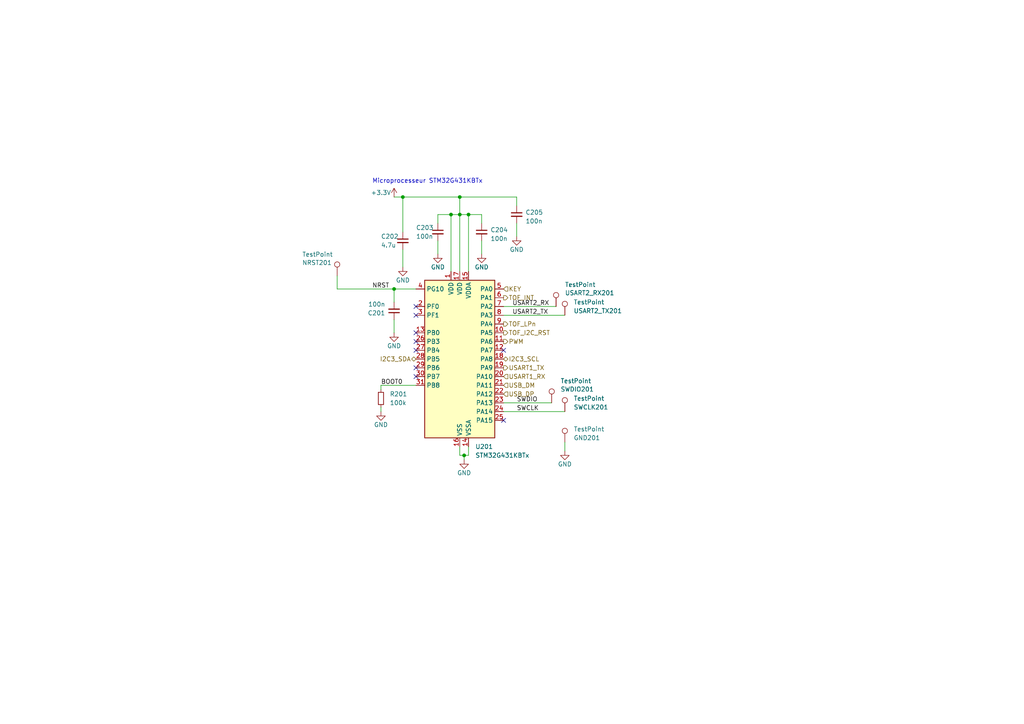
<source format=kicad_sch>
(kicad_sch (version 20231120) (generator "eeschema") (generator_version "8.0")
  (paper "A4")
  (lib_symbols
    (symbol "Connector:TestPoint" (pin_numbers hide) (pin_names (offset 0.762) hide)
      (property "Reference" "TP" (at 0 6.858 0))
      (property "Value" "TestPoint" (at 0 5.08 0))
      (symbol "TestPoint_0_1"
        (circle (center 0 3.302) (radius 0.762))
      )
      (symbol "TestPoint_1_1"
        (pin passive line (at 0 0 90) (length 2.54) (name "1") (number "1"))
      )
    )
    (symbol "Device:C_Small" (pin_numbers hide) (pin_names (offset 0.254) hide)
      (property "Reference" "C" (at 0.254 1.778 0))
      (property "Value" "C_Small" (at 0.254 -2.032 0))
      (symbol "C_Small_0_1"
        (polyline (pts (xy -1.524 -0.508) (xy 1.524 -0.508)) (stroke (width 0.3302)))
        (polyline (pts (xy -1.524 0.508) (xy 1.524 0.508)) (stroke (width 0.3048)))
      )
      (symbol "C_Small_1_1"
        (pin passive line (at 0 2.54 270) (length 2.032) (name "~") (number "1"))
        (pin passive line (at 0 -2.54 90) (length 2.032) (name "~") (number "2"))
      )
    )
    (symbol "Device:R_Small" (pin_numbers hide) (pin_names (offset 0.254) hide)
      (property "Reference" "R" (at 0.762 0.508 0))
      (property "Value" "R_Small" (at 0.762 -1.016 0))
      (symbol "R_Small_0_1"
        (rectangle (start -0.762 1.778) (end 0.762 -1.778) (stroke (width 0.2032)))
      )
      (symbol "R_Small_1_1"
        (pin passive line (at 0 2.54 270) (length 0.762) (name "~") (number "1"))
        (pin passive line (at 0 -2.54 90) (length 0.762) (name "~") (number "2"))
      )
    )
    (symbol "MCU_ST_STM32G4:STM32G431KBTx"
      (property "Reference" "U" (at -10.16 24.13 0))
      (property "Value" "STM32G431KBTx" (at 5.08 24.13 0))
      (symbol "STM32G431KBTx_0_1"
        (rectangle (start -10.16 -22.86) (end 10.16 22.86) (stroke (width 0.254)) (fill (type background)))
      )
      (symbol "STM32G431KBTx_1_1"
        (pin power_in line (at -2.54 25.4 270) (length 2.54) (name "VDD") (number "1"))
        (pin bidirectional line (at 12.7 7.62 180) (length 2.54) (name "PA5") (number "10"))
        (pin bidirectional line (at 12.7 5.08 180) (length 2.54) (name "PA6") (number "11"))
        (pin bidirectional line (at 12.7 2.54 180) (length 2.54) (name "PA7") (number "12"))
        (pin bidirectional line (at -12.7 7.62 0) (length 2.54) (name "PB0") (number "13"))
        (pin power_in line (at 2.54 -25.4 90) (length 2.54) (name "VSSA") (number "14"))
        (pin power_in line (at 2.54 25.4 270) (length 2.54) (name "VDDA") (number "15"))
        (pin power_in line (at 0 -25.4 90) (length 2.54) (name "VSS") (number "16"))
        (pin power_in line (at 0 25.4 270) (length 2.54) (name "VDD") (number "17"))
        (pin bidirectional line (at 12.7 0 180) (length 2.54) (name "PA8") (number "18"))
        (pin bidirectional line (at 12.7 -2.54 180) (length 2.54) (name "PA9") (number "19"))
        (pin bidirectional line (at -12.7 15.24 0) (length 2.54) (name "PF0") (number "2"))
        (pin bidirectional line (at 12.7 -5.08 180) (length 2.54) (name "PA10") (number "20"))
        (pin bidirectional line (at 12.7 -7.62 180) (length 2.54) (name "PA11") (number "21"))
        (pin bidirectional line (at 12.7 -10.16 180) (length 2.54) (name "PA12") (number "22"))
        (pin bidirectional line (at 12.7 -12.7 180) (length 2.54) (name "PA13") (number "23"))
        (pin bidirectional line (at 12.7 -15.24 180) (length 2.54) (name "PA14") (number "24"))
        (pin bidirectional line (at 12.7 -17.78 180) (length 2.54) (name "PA15") (number "25"))
        (pin bidirectional line (at -12.7 5.08 0) (length 2.54) (name "PB3") (number "26"))
        (pin bidirectional line (at -12.7 2.54 0) (length 2.54) (name "PB4") (number "27"))
        (pin bidirectional line (at -12.7 0 0) (length 2.54) (name "PB5") (number "28"))
        (pin bidirectional line (at -12.7 -2.54 0) (length 2.54) (name "PB6") (number "29"))
        (pin bidirectional line (at -12.7 12.7 0) (length 2.54) (name "PF1") (number "3"))
        (pin bidirectional line (at -12.7 -5.08 0) (length 2.54) (name "PB7") (number "30"))
        (pin bidirectional line (at -12.7 -7.62 0) (length 2.54) (name "PB8") (number "31"))
        (pin passive line (at 0 -25.4 90) (length 2.54) hide (name "VSS") (number "32"))
        (pin bidirectional line (at -12.7 20.32 0) (length 2.54) (name "PG10") (number "4"))
        (pin bidirectional line (at 12.7 20.32 180) (length 2.54) (name "PA0") (number "5"))
        (pin bidirectional line (at 12.7 17.78 180) (length 2.54) (name "PA1") (number "6"))
        (pin bidirectional line (at 12.7 15.24 180) (length 2.54) (name "PA2") (number "7"))
        (pin bidirectional line (at 12.7 12.7 180) (length 2.54) (name "PA3") (number "8"))
        (pin bidirectional line (at 12.7 10.16 180) (length 2.54) (name "PA4") (number "9"))
      )
    )
    (symbol "power:+3.3V" (power) (pin_names (offset 0))
      (property "Value" "+3.3V" (at 0 3.556 0))
      (symbol "+3.3V_0_1"
        (polyline (pts (xy -0.762 1.27) (xy 0 2.54)))
        (polyline (pts (xy 0 0) (xy 0 2.54)))
        (polyline (pts (xy 0 2.54) (xy 0.762 1.27)))
      )
      (symbol "+3.3V_1_1"
        (pin power_in line (at 0 0 90) (length 0) hide (name "+3.3V") (number "1"))
      )
    )
    (symbol "power:GND" (power) (pin_names (offset 0))
      (property "Value" "GND" (at 0 -3.81 0))
      (symbol "GND_0_1"
        (polyline (pts (xy 0 0) (xy 0 -1.27) (xy 1.27 -1.27) (xy 0 -2.54) (xy -1.27 -1.27) (xy 0 -1.27)))
      )
      (symbol "GND_1_1"
        (pin power_in line (at 0 0 270) (length 0) hide (name "GND") (number "1"))
      )
    )
  )
  (junction (at 133.35 62.23))
  (junction (at 114.3 83.82))
  (junction (at 134.62 132.08))
  (junction (at 116.84 57.15))
  (junction (at 130.81 62.23))
  (junction (at 135.89 62.23))
  (junction (at 133.35 57.15))
  (no_connect (at 146.05 121.92))
  (no_connect (at 120.65 106.68))
  (no_connect (at 120.65 91.44))
  (no_connect (at 120.65 96.52))
  (no_connect (at 120.65 101.6))
  (no_connect (at 120.65 99.06))
  (no_connect (at 120.65 109.22))
  (no_connect (at 120.65 88.9))
  (no_connect (at 146.05 101.6))
  (wire (pts (xy 116.84 57.15) (xy 116.84 67.31)))
  (wire (pts (xy 146.05 116.84) (xy 160.02 116.84)))
  (wire (pts (xy 133.35 62.23) (xy 135.89 62.23)))
  (wire (pts (xy 134.62 132.08) (xy 134.62 133.35)))
  (wire (pts (xy 114.3 83.82) (xy 114.3 87.63)))
  (wire (pts (xy 135.89 132.08) (xy 134.62 132.08)))
  (wire (pts (xy 114.3 96.52) (xy 114.3 92.71)))
  (wire (pts (xy 135.89 62.23) (xy 135.89 78.74)))
  (wire (pts (xy 127 64.77) (xy 127 62.23)))
  (wire (pts (xy 110.49 111.76) (xy 110.49 113.03)))
  (wire (pts (xy 146.05 91.44) (xy 163.83 91.44)))
  (wire (pts (xy 146.05 119.38) (xy 163.83 119.38)))
  (wire (pts (xy 127 69.85) (xy 127 73.66)))
  (wire (pts (xy 163.83 128.27) (xy 163.83 130.81)))
  (wire (pts (xy 133.35 132.08) (xy 134.62 132.08)))
  (wire (pts (xy 139.7 64.77) (xy 139.7 62.23)))
  (wire (pts (xy 114.3 57.15) (xy 116.84 57.15)))
  (wire (pts (xy 130.81 62.23) (xy 130.81 78.74)))
  (wire (pts (xy 110.49 119.38) (xy 110.49 118.11)))
  (wire (pts (xy 133.35 62.23) (xy 133.35 78.74)))
  (wire (pts (xy 110.49 111.76) (xy 120.65 111.76)))
  (wire (pts (xy 149.86 57.15) (xy 133.35 57.15)))
  (wire (pts (xy 135.89 62.23) (xy 139.7 62.23)))
  (wire (pts (xy 114.3 83.82) (xy 120.65 83.82)))
  (wire (pts (xy 149.86 59.69) (xy 149.86 57.15)))
  (wire (pts (xy 149.86 64.77) (xy 149.86 68.58)))
  (wire (pts (xy 97.79 80.01) (xy 97.79 83.82)))
  (wire (pts (xy 127 62.23) (xy 130.81 62.23)))
  (wire (pts (xy 139.7 69.85) (xy 139.7 73.66)))
  (wire (pts (xy 135.89 129.54) (xy 135.89 132.08)))
  (wire (pts (xy 133.35 57.15) (xy 133.35 62.23)))
  (wire (pts (xy 146.05 88.9) (xy 161.29 88.9)))
  (wire (pts (xy 116.84 57.15) (xy 133.35 57.15)))
  (wire (pts (xy 97.79 83.82) (xy 114.3 83.82)))
  (wire (pts (xy 133.35 129.54) (xy 133.35 132.08)))
  (wire (pts (xy 130.81 62.23) (xy 133.35 62.23)))
  (wire (pts (xy 116.84 72.39) (xy 116.84 77.47)))
  (text "Microprocesseur STM32G431KBTx" (at 107.95 53.34 0) (effects (font (size 1.27 1.27)) (justify left bottom)))
  (label "USART2_RX" (at 148.59 88.9 0))
  (label "SWDIO" (at 149.86 116.84 0))
  (label "USART2_TX" (at 148.59 91.44 0))
  (label "BOOT0" (at 110.49 111.76 0))
  (label "NRST" (at 107.95 83.82 0))
  (label "SWCLK" (at 149.86 119.38 0))
  (hierarchical_label "TOF_I2C_RST" (shape output) (at 146.05 96.52 0))
  (hierarchical_label "I2C3_SDA" (shape bidirectional) (at 120.65 104.14 180))
  (hierarchical_label "KEY" (shape input) (at 146.05 83.82 0))
  (hierarchical_label "PWM" (shape output) (at 146.05 99.06 0))
  (hierarchical_label "USART1_TX" (shape output) (at 146.05 106.68 0))
  (hierarchical_label "USART1_RX" (shape input) (at 146.05 109.22 0))
  (hierarchical_label "TOF_LPn" (shape output) (at 146.05 93.98 0))
  (hierarchical_label "I2C3_SCL" (shape bidirectional) (at 146.05 104.14 0))
  (hierarchical_label "USB_DP" (shape input) (at 146.05 114.3 0))
  (hierarchical_label "TOF_INT" (shape output) (at 146.05 86.36 0))
  (hierarchical_label "USB_DM" (shape input) (at 146.05 111.76 0))
  (symbol (lib_id "Connector:TestPoint") (at 163.83 91.44 0) (unit 1)
    (property "Reference" "USART2_TX201" (at 166.37 90.17 0) (effects (justify left)))
    (property "Value" "TestPoint" (at 166.37 87.63 0) (effects (justify left)))
    (property "Footprint" "TestPoint:TestPoint_Pad_D1.0mm" (effects (hide yes)))
  )
  (symbol (lib_id "power:GND") (at 116.84 77.47 0) (unit 1)
    (property "Reference" "#PWR0204" (effects (hide yes)))
    (property "Value" "GND" (at 116.84 81.28 0))
  )
  (symbol (lib_id "Connector:TestPoint") (at 160.02 116.84 0) (unit 1)
    (property "Reference" "SWDIO201" (at 162.56 112.903 0) (effects (justify left)))
    (property "Value" "TestPoint" (at 162.56 110.49 0) (effects (justify left)))
    (property "Footprint" "TestPoint:TestPoint_Pad_D1.0mm" (effects (hide yes)))
  )
  (symbol (lib_id "Device:C_Small") (at 114.3 90.17 180) (unit 1)
    (property "Reference" "C201" (at 111.76 90.7987 0) (effects (justify left)))
    (property "Value" "100n" (at 111.76 88.2587 0) (effects (justify left)))
    (property "Footprint" "Capacitor_SMD:C_0402_1005Metric" (effects (hide yes)))
  )
  (symbol (lib_id "power:GND") (at 114.3 96.52 0) (unit 1)
    (property "Reference" "#PWR0203" (effects (hide yes)))
    (property "Value" "GND" (at 114.3 100.33 0))
  )
  (symbol (lib_id "Device:C_Small") (at 149.86 62.23 0) (unit 1)
    (property "Reference" "C205" (at 152.4 61.6013 0) (effects (justify left)))
    (property "Value" "100n" (at 152.4 64.1413 0) (effects (justify left)))
    (property "Footprint" "Capacitor_SMD:C_0402_1005Metric" (effects (hide yes)))
  )
  (symbol (lib_id "Connector:TestPoint") (at 163.83 128.27 0) (unit 1)
    (property "Reference" "GND201" (at 166.37 127 0) (effects (justify left)))
    (property "Value" "TestPoint" (at 166.37 124.46 0) (effects (justify left)))
    (property "Footprint" "TestPoint:TestPoint_Pad_D1.0mm" (effects (hide yes)))
  )
  (symbol (lib_id "Device:C_Small") (at 116.84 69.85 0) (unit 1)
    (property "Reference" "C202" (at 110.49 68.58 0) (effects (justify left)))
    (property "Value" "4.7u" (at 110.49 71.12 0) (effects (justify left)))
    (property "Footprint" "Capacitor_SMD:C_0402_1005Metric" (effects (hide yes)))
  )
  (symbol (lib_id "power:GND") (at 139.7 73.66 0) (unit 1)
    (property "Reference" "#PWR0207" (effects (hide yes)))
    (property "Value" "GND" (at 139.7 77.47 0))
  )
  (symbol (lib_id "power:GND") (at 134.62 133.35 0) (unit 1)
    (property "Reference" "#PWR0206" (effects (hide yes)))
    (property "Value" "GND" (at 134.62 137.16 0))
  )
  (symbol (lib_id "Connector:TestPoint") (at 97.79 80.01 0) (unit 1)
    (property "Reference" "NRST201" (at 87.63 76.2 0) (effects (justify left)))
    (property "Value" "TestPoint" (at 87.63 73.787 0) (effects (justify left)))
    (property "Footprint" "TestPoint:TestPoint_Pad_D1.0mm" (effects (hide yes)))
  )
  (symbol (lib_id "power:GND") (at 110.49 119.38 0) (unit 1)
    (property "Reference" "#PWR0201" (effects (hide yes)))
    (property "Value" "GND" (at 110.49 123.19 0))
  )
  (symbol (lib_id "Device:R_Small") (at 110.49 115.57 0) (unit 1)
    (property "Reference" "R201" (at 113.03 114.2999 0) (effects (justify left)))
    (property "Value" "100k" (at 113.03 116.8399 0) (effects (justify left)))
    (property "Footprint" "Resistor_SMD:R_0402_1005Metric" (effects (hide yes)))
  )
  (symbol (lib_id "power:GND") (at 163.83 130.81 0) (unit 1)
    (property "Reference" "#PWR0209" (effects (hide yes)))
    (property "Value" "GND" (at 163.83 134.62 0))
  )
  (symbol (lib_id "power:GND") (at 127 73.66 0) (unit 1)
    (property "Reference" "#PWR0205" (effects (hide yes)))
    (property "Value" "GND" (at 127 77.47 0))
  )
  (symbol (lib_id "power:GND") (at 149.86 68.58 0) (unit 1)
    (property "Reference" "#PWR0208" (effects (hide yes)))
    (property "Value" "GND" (at 149.86 72.39 0))
  )
  (symbol (lib_id "Connector:TestPoint") (at 163.83 119.38 0) (unit 1)
    (property "Reference" "SWCLK201" (at 166.37 118.11 0) (effects (justify left)))
    (property "Value" "TestPoint" (at 166.37 115.57 0) (effects (justify left)))
    (property "Footprint" "TestPoint:TestPoint_Pad_D1.0mm" (effects (hide yes)))
  )
  (symbol (lib_id "power:+3.3V") (at 114.3 57.15 0) (unit 1)
    (property "Reference" "#PWR0202" (effects (hide yes)))
    (property "Value" "+3.3V" (at 110.49 55.88 0))
  )
  (symbol (lib_id "Device:C_Small") (at 139.7 67.31 0) (unit 1)
    (property "Reference" "C204" (at 142.24 66.6813 0) (effects (justify left)))
    (property "Value" "100n" (at 142.24 69.2213 0) (effects (justify left)))
    (property "Footprint" "Capacitor_SMD:C_0402_1005Metric" (effects (hide yes)))
  )
  (symbol (lib_id "Device:C_Small") (at 127 67.31 0) (unit 1)
    (property "Reference" "C203" (at 120.65 66.04 0) (effects (justify left)))
    (property "Value" "100n" (at 120.65 68.58 0) (effects (justify left)))
    (property "Footprint" "Capacitor_SMD:C_0402_1005Metric" (effects (hide yes)))
  )
  (symbol (lib_id "Connector:TestPoint") (at 161.29 88.9 0) (unit 1)
    (property "Reference" "USART2_RX201" (at 163.83 84.963 0) (effects (justify left)))
    (property "Value" "TestPoint" (at 163.83 82.55 0) (effects (justify left)))
    (property "Footprint" "TestPoint:TestPoint_Pad_D1.0mm" (effects (hide yes)))
  )
  (symbol (lib_id "MCU_ST_STM32G4:STM32G431KBTx") (at 133.35 104.14 0) (unit 1)
    (property "Reference" "U201" (at 137.8459 129.54 0) (effects (justify left)))
    (property "Value" "STM32G431KBTx" (at 137.8459 132.08 0) (effects (justify left)))
    (property "Footprint" "Package_QFP:LQFP-32_7x7mm_P0.8mm" (effects (hide yes)))
    (property "Datasheet" "https://www.st.com/resource/en/datasheet/stm32g431kb.pdf" (effects (hide yes)))
  )
)
</source>
